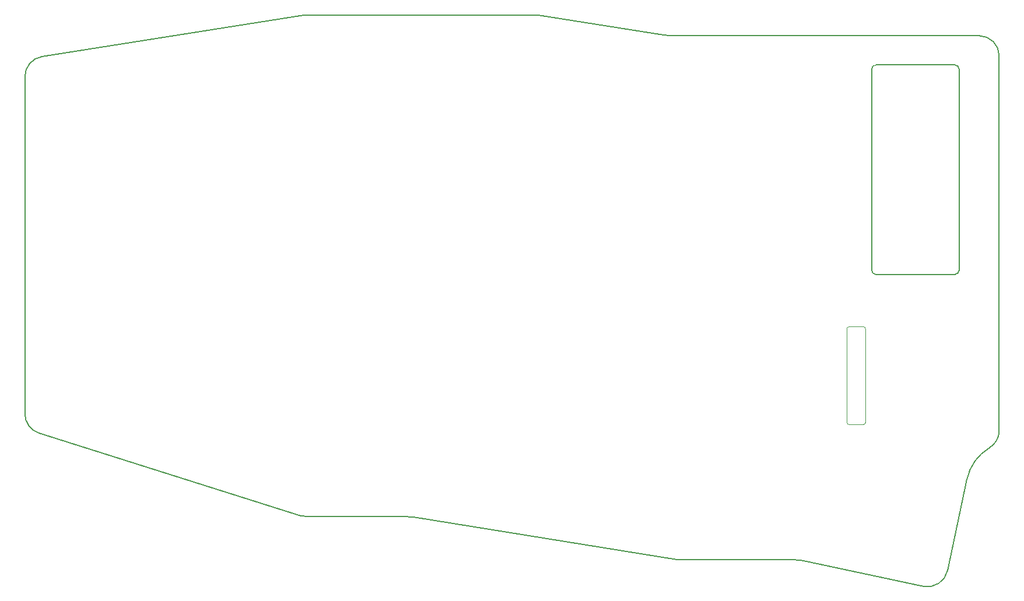
<source format=gbr>
%TF.GenerationSoftware,KiCad,Pcbnew,7.0.5-0*%
%TF.CreationDate,2023-10-18T13:26:08+10:30*%
%TF.ProjectId,Rolio,526f6c69-6f2e-46b6-9963-61645f706362,rev?*%
%TF.SameCoordinates,Original*%
%TF.FileFunction,Profile,NP*%
%FSLAX46Y46*%
G04 Gerber Fmt 4.6, Leading zero omitted, Abs format (unit mm)*
G04 Created by KiCad (PCBNEW 7.0.5-0) date 2023-10-18 13:26:08*
%MOMM*%
%LPD*%
G01*
G04 APERTURE LIST*
%TA.AperFunction,Profile*%
%ADD10C,0.150000*%
%TD*%
%TA.AperFunction,Profile*%
%ADD11C,0.050000*%
%TD*%
G04 APERTURE END LIST*
D10*
X-4335387Y-6197787D02*
G75*
G03*
X-4935400Y-5597787I-600013J-13D01*
G01*
X51067Y-61213471D02*
G75*
G03*
X-3186122Y-65736935I3560933J-5968429D01*
G01*
X-84689869Y-71187787D02*
X-99028650Y-71187787D01*
X-139969800Y-7285363D02*
X-139969800Y-56250280D01*
X-83527604Y-71280260D02*
G75*
G03*
X-84689869Y-71187787I-1162296J-7258240D01*
G01*
X-139969780Y-56250280D02*
G75*
G03*
X-137907484Y-59063554I2949980J-20D01*
G01*
X-137479725Y-4371437D02*
X-99481104Y1626139D01*
X-3186123Y-65736935D02*
X-6011349Y-79028582D01*
X-17035400Y-6197787D02*
X-17035400Y-35407787D01*
X51067Y-61213471D02*
G75*
G03*
X1489600Y-58680114I-1511467J2533371D01*
G01*
X-4935400Y-36007800D02*
G75*
G03*
X-4335400Y-35407787I0J600000D01*
G01*
X-4935400Y-5597787D02*
X-16435400Y-5597787D01*
X-137479722Y-4371458D02*
G75*
G03*
X-139969800Y-7285363I459822J-2913842D01*
G01*
X-17035387Y-35407787D02*
G75*
G03*
X-16435400Y-36007787I599987J-13D01*
G01*
X-16435400Y-5597800D02*
G75*
G03*
X-17035400Y-6197787I0J-600000D01*
G01*
X-99916330Y-71051049D02*
G75*
G03*
X-99028650Y-71187787I887630J2812649D01*
G01*
X-28456680Y-77437787D02*
X-44843463Y-77437787D01*
X-137907484Y-59063555D02*
X-99916334Y-71051062D01*
X-99021179Y1662210D02*
G75*
G03*
X-99481104Y1626138I79J-2951110D01*
G01*
X-45309948Y-77400666D02*
G75*
G03*
X-44843463Y-77437787I466448J2912066D01*
G01*
X-4335400Y-35407787D02*
X-4335400Y-6197787D01*
X-99021179Y1662213D02*
X-65930170Y1662213D01*
X-9510224Y-81300778D02*
X-26928529Y-77598403D01*
X1489613Y-4287787D02*
G75*
G03*
X-1460400Y-1337787I-2950013J-13D01*
G01*
X1489600Y-58680114D02*
X1489600Y-4287787D01*
X-83527605Y-71280264D02*
X-45309949Y-77400671D01*
X-47261237Y-1247916D02*
G75*
G03*
X-46115322Y-1337787I1145937J7260916D01*
G01*
X-9510221Y-81300764D02*
G75*
G03*
X-6011349Y-79028582I613321J2885564D01*
G01*
X-4935400Y-36007787D02*
X-16435400Y-36007787D01*
X-46115322Y-1337787D02*
X-1460400Y-1337787D01*
X-65470245Y1626141D02*
G75*
G03*
X-65930170Y1662213I-459955J-2914441D01*
G01*
X-65470245Y1626139D02*
X-47261236Y-1247910D01*
X-26928529Y-77598404D02*
G75*
G03*
X-28456680Y-77437787I-1528171J-7189496D01*
G01*
D11*
%TO.C,RE_1*%
X-17923000Y-57514000D02*
X-17923000Y-43914000D01*
X-18223000Y-43614000D02*
X-20323000Y-43614000D01*
X-20323000Y-57814000D02*
X-18223000Y-57814000D01*
X-20623000Y-43914000D02*
X-20623000Y-57514000D01*
X-18223000Y-57814000D02*
G75*
G03*
X-17923000Y-57514000I0J300000D01*
G01*
X-17923000Y-43914000D02*
G75*
G03*
X-18223000Y-43614000I-300000J0D01*
G01*
X-20623000Y-57514000D02*
G75*
G03*
X-20323000Y-57814000I300000J0D01*
G01*
X-20323000Y-43614000D02*
G75*
G03*
X-20623000Y-43914000I0J-300000D01*
G01*
%TD*%
M02*

</source>
